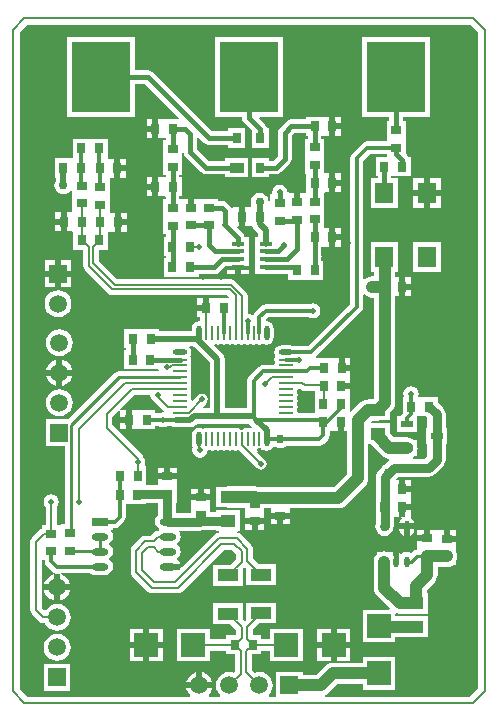
<source format=gtl>
%FSLAX25Y25*%
%MOIN*%
G70*
G01*
G75*
G04 Layer_Physical_Order=1*
G04 Layer_Color=255*
%ADD10R,0.05118X0.03937*%
%ADD11R,0.02756X0.03347*%
%ADD12R,0.04331X0.01700*%
%ADD13R,0.03347X0.02756*%
%ADD14R,0.03937X0.02362*%
%ADD15O,0.00984X0.04724*%
%ADD16O,0.04724X0.00984*%
%ADD17O,0.04724X0.01772*%
%ADD18O,0.01772X0.04724*%
%ADD19R,0.04724X0.01772*%
%ADD20R,0.06299X0.07087*%
%ADD21O,0.01969X0.03543*%
%ADD22R,0.01969X0.03543*%
%ADD23O,0.01969X0.03543*%
%ADD24R,0.07874X0.07874*%
%ADD25R,0.07874X0.07874*%
%ADD26R,0.07087X0.03937*%
%ADD27O,0.05500X0.02500*%
%ADD28R,0.05500X0.02500*%
%ADD29R,0.04724X0.03543*%
%ADD30R,0.02756X0.03543*%
%ADD31C,0.04000*%
%ADD32C,0.00800*%
%ADD33C,0.01500*%
%ADD34C,0.01000*%
%ADD35C,0.03000*%
%ADD36C,0.01200*%
%ADD37C,0.02000*%
%ADD38C,0.00500*%
%ADD39R,0.19685X0.23622*%
%ADD40C,0.05906*%
%ADD41R,0.05906X0.05906*%
%ADD42R,0.05906X0.05906*%
%ADD43C,0.02000*%
%ADD44C,0.03000*%
G36*
X253016Y-44539D02*
Y-262961D01*
X250261Y-265716D01*
X201957D01*
X201859Y-265225D01*
X202265Y-265057D01*
X202996Y-264496D01*
X202996Y-264496D01*
X202996Y-264496D01*
X205962Y-261530D01*
X214463D01*
Y-263437D01*
X225337D01*
Y-252563D01*
X214463D01*
Y-254470D01*
X204500D01*
X203586Y-254590D01*
X202735Y-254943D01*
X202004Y-255504D01*
X199038Y-258470D01*
X194453D01*
Y-257547D01*
X185547D01*
Y-265716D01*
X183250D01*
X183089Y-265242D01*
X183176Y-265176D01*
X183889Y-264246D01*
X184338Y-263162D01*
X184491Y-262000D01*
X184338Y-260838D01*
X183889Y-259754D01*
X183176Y-258824D01*
X182246Y-258110D01*
X181162Y-257662D01*
X180000Y-257509D01*
X178838Y-257662D01*
X178529Y-257790D01*
X177637Y-256898D01*
Y-251673D01*
X180678D01*
Y-250437D01*
X183615D01*
Y-253937D01*
X194489D01*
Y-243063D01*
X183615D01*
Y-246563D01*
X180678D01*
Y-245327D01*
X177887D01*
Y-244900D01*
Y-243252D01*
X179771Y-241369D01*
X185543D01*
Y-234432D01*
X175457D01*
Y-240204D01*
X175105Y-240555D01*
X174643Y-240364D01*
Y-234631D01*
X164557D01*
Y-241568D01*
X170329D01*
X172213Y-243452D01*
Y-245327D01*
X169017D01*
Y-246563D01*
X163485D01*
Y-243063D01*
X152611D01*
Y-253937D01*
X163485D01*
Y-250437D01*
X169017D01*
Y-251673D01*
X171963D01*
Y-257298D01*
X171471Y-257790D01*
X171162Y-257662D01*
X170000Y-257509D01*
X168838Y-257662D01*
X167754Y-258110D01*
X166824Y-258824D01*
X166111Y-259754D01*
X165662Y-260838D01*
X165509Y-262000D01*
X165662Y-263162D01*
X166111Y-264246D01*
X166824Y-265176D01*
X166911Y-265242D01*
X166750Y-265716D01*
X163250D01*
X163089Y-265242D01*
X163176Y-265176D01*
X163890Y-264246D01*
X164338Y-263162D01*
X164359Y-263000D01*
X155640D01*
X155662Y-263162D01*
X156111Y-264246D01*
X156824Y-265176D01*
X156911Y-265242D01*
X156750Y-265716D01*
X102739D01*
X100084Y-263061D01*
Y-44439D01*
X102534Y-41989D01*
X250466D01*
X253016Y-44539D01*
D02*
G37*
%LPC*%
G36*
X190173Y-206400D02*
X188000D01*
Y-208278D01*
X190173D01*
Y-206400D01*
D02*
G37*
G36*
X230484Y-203700D02*
X228606D01*
Y-205873D01*
X227332D01*
X227477Y-206352D01*
X227389Y-206411D01*
X226840Y-207232D01*
X226690Y-207989D01*
X231671D01*
X231520Y-207232D01*
X230971Y-206411D01*
X230430Y-206049D01*
X230484Y-205873D01*
X230484D01*
X230484Y-205873D01*
Y-203700D01*
D02*
G37*
G36*
X163673Y-196422D02*
X161500D01*
Y-198300D01*
X163673D01*
Y-196422D01*
D02*
G37*
G36*
X159500D02*
X157327D01*
Y-198300D01*
X159500D01*
Y-196422D01*
D02*
G37*
G36*
X234900Y-210117D02*
X232727D01*
Y-211995D01*
X234900D01*
Y-210117D01*
D02*
G37*
G36*
X231671Y-209989D02*
X230180D01*
Y-212096D01*
X230971Y-211567D01*
X231520Y-210746D01*
X231671Y-209989D01*
D02*
G37*
G36*
X177523Y-208300D02*
X175350D01*
Y-210178D01*
X177523D01*
Y-208300D01*
D02*
G37*
G36*
X186000Y-206400D02*
X183827D01*
Y-208278D01*
X186000D01*
Y-206400D01*
D02*
G37*
G36*
X181696Y-208300D02*
X179523D01*
Y-210178D01*
X181696D01*
Y-208300D01*
D02*
G37*
G36*
X117659Y-158800D02*
X114300D01*
Y-162160D01*
X114462Y-162138D01*
X115546Y-161689D01*
X116476Y-160976D01*
X117190Y-160046D01*
X117638Y-158962D01*
X117659Y-158800D01*
D02*
G37*
G36*
X112300D02*
X108940D01*
X108962Y-158962D01*
X109411Y-160046D01*
X110124Y-160976D01*
X111054Y-161689D01*
X112138Y-162138D01*
X112300Y-162160D01*
Y-158800D01*
D02*
G37*
G36*
X114300Y-153440D02*
Y-156800D01*
X117659D01*
X117638Y-156638D01*
X117190Y-155554D01*
X116476Y-154624D01*
X115546Y-153911D01*
X114462Y-153462D01*
X114300Y-153440D01*
D02*
G37*
G36*
X112300D02*
X112138Y-153462D01*
X111054Y-153911D01*
X110124Y-154624D01*
X109411Y-155554D01*
X108962Y-156638D01*
X108940Y-156800D01*
X112300D01*
Y-153440D01*
D02*
G37*
G36*
X113300Y-163309D02*
X112138Y-163462D01*
X111054Y-163910D01*
X110124Y-164624D01*
X109411Y-165554D01*
X108962Y-166638D01*
X108809Y-167800D01*
X108962Y-168962D01*
X109411Y-170046D01*
X110124Y-170976D01*
X111054Y-171689D01*
X112138Y-172138D01*
X113300Y-172291D01*
X114462Y-172138D01*
X115546Y-171689D01*
X116476Y-170976D01*
X117190Y-170046D01*
X117638Y-168962D01*
X117791Y-167800D01*
X117638Y-166638D01*
X117190Y-165554D01*
X116476Y-164624D01*
X115546Y-163910D01*
X114462Y-163462D01*
X113300Y-163309D01*
D02*
G37*
G36*
X148300Y-189422D02*
X146127D01*
Y-191300D01*
X148300D01*
Y-189422D01*
D02*
G37*
G36*
X230578Y-193527D02*
X228700D01*
Y-195700D01*
X230578D01*
Y-193527D01*
D02*
G37*
G36*
X135600Y-174500D02*
X133722D01*
Y-176673D01*
X135600D01*
Y-174500D01*
D02*
G37*
G36*
X152473Y-189422D02*
X150300D01*
Y-191300D01*
X152473D01*
Y-189422D01*
D02*
G37*
G36*
X210237Y-249500D02*
X205800D01*
Y-253937D01*
X210237D01*
Y-249500D01*
D02*
G37*
G36*
X203800D02*
X199363D01*
Y-253937D01*
X203800D01*
Y-249500D01*
D02*
G37*
G36*
X141300Y-243063D02*
X136863D01*
Y-247500D01*
X141300D01*
Y-243063D01*
D02*
G37*
G36*
X112600Y-244809D02*
X111438Y-244962D01*
X110354Y-245410D01*
X109424Y-246124D01*
X108711Y-247054D01*
X108262Y-248138D01*
X108109Y-249300D01*
X108262Y-250462D01*
X108711Y-251546D01*
X109424Y-252476D01*
X110354Y-253189D01*
X111438Y-253638D01*
X112600Y-253791D01*
X113762Y-253638D01*
X114846Y-253189D01*
X115776Y-252476D01*
X116490Y-251546D01*
X116938Y-250462D01*
X117091Y-249300D01*
X116938Y-248138D01*
X116490Y-247054D01*
X115776Y-246124D01*
X114846Y-245410D01*
X113762Y-244962D01*
X112600Y-244809D01*
D02*
G37*
G36*
X147737Y-249500D02*
X143300D01*
Y-253937D01*
X147737D01*
Y-249500D01*
D02*
G37*
G36*
X159000Y-257641D02*
X158838Y-257662D01*
X157754Y-258110D01*
X156824Y-258824D01*
X156111Y-259754D01*
X155662Y-260838D01*
X155640Y-261000D01*
X159000D01*
Y-257641D01*
D02*
G37*
G36*
X117053Y-254847D02*
X108147D01*
Y-263753D01*
X117053D01*
Y-254847D01*
D02*
G37*
G36*
X141300Y-249500D02*
X136863D01*
Y-253937D01*
X141300D01*
Y-249500D01*
D02*
G37*
G36*
X161000Y-257641D02*
Y-261000D01*
X164359D01*
X164338Y-260838D01*
X163890Y-259754D01*
X163176Y-258824D01*
X162246Y-258110D01*
X161162Y-257662D01*
X161000Y-257641D01*
D02*
G37*
G36*
X239073Y-210117D02*
Y-210117D01*
X236900D01*
Y-212996D01*
X235901D01*
Y-213995D01*
X232727D01*
Y-215872D01*
X232727Y-215872D01*
X232727Y-216022D01*
X232727D01*
Y-216634D01*
X232500Y-216861D01*
X232500D01*
Y-216861D01*
D01*
D01*
D01*
X231720Y-217016D01*
X231058Y-217458D01*
X230566Y-217951D01*
X230150Y-217672D01*
X229180Y-217480D01*
X228211Y-217672D01*
X227389Y-218222D01*
X227231D01*
X226440Y-217693D01*
Y-220801D01*
X225230D01*
Y-220800D01*
X225110Y-219886D01*
X224757Y-219035D01*
X224440Y-218621D01*
Y-217693D01*
X224463Y-217677D01*
X224184Y-217528D01*
Y-217528D01*
X224184Y-217528D01*
X222948D01*
X222614Y-217390D01*
X221700Y-217270D01*
X220786Y-217390D01*
X220452Y-217528D01*
X219216D01*
Y-218295D01*
X219204Y-218304D01*
X218643Y-219035D01*
X218290Y-219886D01*
X218170Y-220800D01*
Y-229500D01*
X218170Y-229500D01*
X218170D01*
X218290Y-230414D01*
X218643Y-231265D01*
X219204Y-231996D01*
X223561Y-236353D01*
X223369Y-236815D01*
X214463D01*
Y-247689D01*
X225337D01*
Y-246030D01*
X232200D01*
X232669Y-245969D01*
X236259D01*
Y-239032D01*
X232669D01*
X232200Y-238970D01*
X225337D01*
Y-238248D01*
X225753Y-237970D01*
X225912Y-238036D01*
X226826Y-238156D01*
X232200D01*
X232669Y-238094D01*
X236259D01*
Y-231157D01*
X235730D01*
Y-230262D01*
X238396Y-227596D01*
X238957Y-226865D01*
X239310Y-226014D01*
X239430Y-225100D01*
Y-222430D01*
X241599D01*
X242400Y-222536D01*
X243314Y-222415D01*
X244165Y-222063D01*
X244399Y-221884D01*
X245573D01*
Y-220491D01*
X245810Y-219919D01*
X245930Y-219005D01*
X245810Y-218092D01*
X245573Y-217520D01*
Y-216128D01*
D01*
Y-216128D01*
X245573Y-216128D01*
Y-215978D01*
X245573D01*
Y-214100D01*
X242399D01*
Y-213101D01*
X241400D01*
Y-210222D01*
X239227D01*
Y-210222D01*
X239179D01*
X239073Y-210117D01*
D02*
G37*
G36*
X111600Y-224940D02*
X111438Y-224962D01*
X110354Y-225411D01*
X109424Y-226124D01*
X108711Y-227054D01*
X108262Y-228138D01*
X108240Y-228300D01*
X111600D01*
Y-224940D01*
D02*
G37*
G36*
X228180Y-209989D02*
X226690D01*
X226840Y-210746D01*
X227389Y-211567D01*
X228180Y-212096D01*
Y-209989D01*
D02*
G37*
G36*
X245573Y-210222D02*
X243400D01*
Y-212100D01*
X245573D01*
Y-210222D01*
D02*
G37*
G36*
X116960Y-230300D02*
X113600D01*
Y-233660D01*
X113762Y-233638D01*
X114846Y-233190D01*
X115776Y-232476D01*
X116490Y-231546D01*
X116938Y-230462D01*
X116960Y-230300D01*
D02*
G37*
G36*
X203800Y-243063D02*
X199363D01*
Y-247500D01*
X203800D01*
Y-243063D01*
D02*
G37*
G36*
X147737D02*
X143300D01*
Y-247500D01*
X147737D01*
Y-243063D01*
D02*
G37*
G36*
X111600Y-230300D02*
X108240D01*
X108262Y-230462D01*
X108711Y-231546D01*
X109424Y-232476D01*
X110354Y-233190D01*
X111438Y-233638D01*
X111600Y-233660D01*
Y-230300D01*
D02*
G37*
G36*
X210237Y-243063D02*
X205800D01*
Y-247500D01*
X210237D01*
Y-243063D01*
D02*
G37*
G36*
X234900Y-92897D02*
X231250D01*
Y-96940D01*
X234900D01*
Y-92897D01*
D02*
G37*
G36*
X207184Y-95500D02*
X205306D01*
Y-97673D01*
X207184D01*
Y-95500D01*
D02*
G37*
G36*
X240550Y-92897D02*
X236900D01*
Y-96940D01*
X240550D01*
Y-92897D01*
D02*
G37*
G36*
X207184Y-91327D02*
X205306D01*
Y-93500D01*
X207184D01*
Y-91327D01*
D02*
G37*
G36*
X144295Y-92561D02*
X142417D01*
Y-94735D01*
X144295D01*
Y-92561D01*
D02*
G37*
G36*
X113894Y-104227D02*
X112016D01*
Y-106400D01*
X113894D01*
Y-104227D01*
D02*
G37*
G36*
X135784Y-104427D02*
X133905D01*
Y-106600D01*
X135784D01*
Y-104427D01*
D02*
G37*
G36*
X234900Y-98940D02*
X231250D01*
Y-102983D01*
X234900D01*
Y-98940D01*
D02*
G37*
G36*
X144295Y-96735D02*
X142417D01*
Y-98908D01*
X144295D01*
Y-96735D01*
D02*
G37*
G36*
X240550Y-98940D02*
X236900D01*
Y-102983D01*
X240550D01*
Y-98940D01*
D02*
G37*
G36*
X144295Y-73261D02*
X142417D01*
Y-75435D01*
X144295D01*
Y-73261D01*
D02*
G37*
G36*
X207184Y-76600D02*
X205306D01*
Y-78773D01*
X207184D01*
Y-76600D01*
D02*
G37*
G36*
Y-72427D02*
X205306D01*
Y-74600D01*
X207184D01*
Y-72427D01*
D02*
G37*
G36*
X201631Y-72427D02*
Y-72427D01*
X201428Y-72427D01*
X201353D01*
X201278D01*
X201074Y-72427D01*
X201074Y-72427D01*
Y-72427D01*
X195522D01*
Y-73306D01*
X190700D01*
X189822Y-73481D01*
X189078Y-73978D01*
X186878Y-76178D01*
X186381Y-76922D01*
X186206Y-77800D01*
Y-85450D01*
X184550Y-87106D01*
X183252D01*
Y-86128D01*
X177496D01*
Y-92672D01*
X183252D01*
Y-91694D01*
X185500D01*
X186378Y-91519D01*
X187122Y-91022D01*
X190122Y-88022D01*
X190122Y-88022D01*
X190122Y-88022D01*
X190620Y-87278D01*
X190794Y-86400D01*
Y-78750D01*
X191650Y-77894D01*
X195522D01*
Y-78773D01*
X196106D01*
Y-79722D01*
X195227D01*
Y-85274D01*
X195227Y-85274D01*
X195227D01*
X195227Y-85478D01*
Y-85628D01*
D01*
D01*
D01*
X195227D01*
D01*
Y-91383D01*
X195522D01*
Y-97673D01*
D01*
Y-97673D01*
X195273Y-97922D01*
X195227D01*
Y-98022D01*
X193500D01*
Y-100901D01*
X191500D01*
Y-98022D01*
X190968D01*
X189349Y-97700D01*
X189155Y-96724D01*
X188602Y-95898D01*
X187776Y-95345D01*
X186800Y-95151D01*
X185825Y-95345D01*
X184998Y-95898D01*
X184445Y-96724D01*
X184251Y-97700D01*
X184297Y-97930D01*
X183980Y-98317D01*
X183627D01*
Y-100612D01*
X183501Y-100730D01*
X183262Y-100746D01*
Y-100746D01*
X183128Y-100755D01*
X183037Y-100067D01*
X182735Y-99337D01*
X182254Y-98710D01*
X181628Y-98229D01*
X180898Y-97927D01*
X180114Y-97824D01*
X179331Y-97927D01*
X178602Y-98229D01*
X177975Y-98710D01*
X177494Y-99337D01*
X177192Y-100067D01*
X177089Y-100850D01*
X177192Y-101633D01*
X177228Y-101720D01*
X177227Y-102627D01*
X177153D01*
X177078D01*
X176874Y-102627D01*
X176874Y-102627D01*
Y-102627D01*
X175200D01*
Y-105801D01*
Y-108973D01*
X177078D01*
Y-108973D01*
X177228D01*
X177431Y-108973D01*
X177431Y-108973D01*
Y-108973D01*
X177689D01*
X177751Y-109281D01*
X178303Y-110108D01*
X179551Y-111356D01*
Y-112411D01*
X178435D01*
Y-117111D01*
Y-119670D01*
Y-122250D01*
Y-124850D01*
X185765D01*
Y-124794D01*
X189716D01*
Y-126873D01*
X195472D01*
Y-126873D01*
X195472D01*
X195472Y-126873D01*
X195622D01*
Y-126873D01*
X201378D01*
Y-120527D01*
X200694D01*
Y-119503D01*
X200794Y-119000D01*
X200694Y-118497D01*
Y-115773D01*
X201278D01*
Y-115773D01*
X201278D01*
X201278Y-115773D01*
X201428D01*
Y-115773D01*
X203306D01*
Y-112601D01*
Y-109427D01*
X201573D01*
Y-103828D01*
D01*
Y-103828D01*
X201573Y-103828D01*
Y-103678D01*
X201573D01*
Y-97922D01*
D01*
Y-97922D01*
X201822Y-97673D01*
X203306D01*
Y-94501D01*
Y-91327D01*
X201573D01*
Y-85831D01*
X201573Y-85831D01*
D01*
D01*
X201573Y-85628D01*
Y-85612D01*
Y-85553D01*
X201573Y-85478D01*
X201573Y-85274D01*
X201573Y-85274D01*
X201573D01*
Y-79722D01*
X200694D01*
Y-78773D01*
X201278D01*
Y-78773D01*
X201428D01*
X201631Y-78773D01*
X201631Y-78773D01*
Y-78773D01*
X203306D01*
Y-75601D01*
Y-72427D01*
X201631D01*
X201631Y-72427D01*
D02*
G37*
G36*
X138643Y-45889D02*
X115957D01*
Y-72511D01*
X138643D01*
Y-61494D01*
X141850D01*
X153155Y-72799D01*
X152964Y-73261D01*
X148526D01*
X148526Y-73261D01*
Y-73261D01*
X148322Y-73261D01*
X148247D01*
X148172D01*
X147968Y-73261D01*
X147968Y-73261D01*
Y-73261D01*
X146294D01*
Y-76436D01*
Y-79608D01*
X148172D01*
X148172Y-79608D01*
Y-79608D01*
X148172D01*
X148322D01*
X148526Y-79608D01*
X148526Y-79608D01*
Y-79608D01*
X148906D01*
Y-80357D01*
X147927D01*
Y-85909D01*
X147927Y-85909D01*
X147927D01*
X147927Y-86113D01*
Y-86262D01*
D01*
D01*
D01*
X147927D01*
D01*
Y-92018D01*
X148806D01*
Y-92208D01*
X148452Y-92561D01*
X148322D01*
X148247D01*
X148172D01*
X147968Y-92561D01*
X147968Y-92561D01*
Y-92561D01*
X146294D01*
Y-95736D01*
Y-98908D01*
X148172D01*
X148172Y-98908D01*
Y-98908D01*
X148172D01*
X148322D01*
X148452D01*
X148806Y-99261D01*
Y-99957D01*
X147927D01*
Y-105713D01*
X147927Y-105713D01*
X147927Y-105862D01*
X147927D01*
Y-111618D01*
X148806D01*
Y-112561D01*
X148122D01*
Y-118908D01*
X148806D01*
Y-119461D01*
X148122D01*
Y-125808D01*
X153878D01*
Y-125808D01*
X153878D01*
X153878Y-125808D01*
X154028D01*
Y-125808D01*
X159783D01*
Y-124929D01*
X164865D01*
X165743Y-124754D01*
X166488Y-124257D01*
X168550Y-122194D01*
X169109D01*
Y-122250D01*
Y-122250D01*
X176439D01*
Y-122250D01*
Y-119670D01*
Y-117111D01*
Y-112411D01*
X174996D01*
X174893Y-111896D01*
X174396Y-111152D01*
X172679Y-109435D01*
X172871Y-108973D01*
X173200D01*
Y-105801D01*
Y-102627D01*
X171322D01*
Y-102898D01*
X170825Y-102947D01*
X170819Y-102922D01*
X170322Y-102178D01*
X169322Y-101178D01*
X168578Y-100681D01*
X167700Y-100506D01*
X166379D01*
Y-99922D01*
X158300D01*
Y-102801D01*
X156300D01*
Y-99922D01*
X154127D01*
Y-99957D01*
X153394D01*
Y-98908D01*
X154078D01*
Y-92561D01*
X153394D01*
Y-92018D01*
X154273D01*
Y-86466D01*
X154273Y-86466D01*
D01*
D01*
X154273Y-86262D01*
Y-86246D01*
Y-86187D01*
X154273Y-86113D01*
X154273Y-85909D01*
X154273Y-85909D01*
X154273D01*
Y-84475D01*
X154771Y-84426D01*
X154880Y-84978D01*
X155378Y-85722D01*
X160678Y-91022D01*
X160678D01*
X160678Y-91022D01*
X160678Y-91022D01*
Y-91022D01*
X161422Y-91519D01*
X162300Y-91694D01*
X168638D01*
Y-92672D01*
X176362D01*
Y-86128D01*
X168638D01*
Y-87106D01*
X163250D01*
X159294Y-83150D01*
Y-79592D01*
X159756Y-79400D01*
X161535Y-81180D01*
X161535Y-81180D01*
X161535Y-81180D01*
Y-81180D01*
X161535Y-81180D01*
Y-81180D01*
X162280Y-81677D01*
X163157Y-81852D01*
X169622D01*
Y-82829D01*
X175378D01*
Y-76286D01*
X169622D01*
Y-77263D01*
X164108D01*
X144422Y-57578D01*
X143678Y-57081D01*
X142800Y-56906D01*
X138643D01*
Y-45889D01*
D02*
G37*
G36*
X135583Y-90635D02*
X133705D01*
Y-92808D01*
X135583D01*
Y-90635D01*
D02*
G37*
G36*
X237042Y-45889D02*
X214357D01*
Y-72511D01*
X223306D01*
Y-74016D01*
X222427D01*
Y-79568D01*
X222427Y-79568D01*
X222427D01*
X222427Y-79772D01*
Y-79922D01*
D01*
D01*
D01*
X222427D01*
D01*
Y-80659D01*
X216000D01*
X215181Y-80822D01*
X214486Y-81286D01*
X210986Y-84786D01*
X210522Y-85481D01*
X210359Y-86300D01*
Y-134913D01*
X196392Y-148880D01*
X191466D01*
X191307Y-148774D01*
X190376Y-148589D01*
X187424D01*
X186493Y-148774D01*
X185704Y-149301D01*
X185176Y-150090D01*
X184991Y-151021D01*
X185176Y-151952D01*
X185383Y-152262D01*
X185153Y-152606D01*
X184999Y-153383D01*
X185153Y-154161D01*
X185292Y-154368D01*
X185153Y-154575D01*
X185033Y-155179D01*
X181280D01*
X180460Y-155342D01*
X179765Y-155807D01*
X176625Y-158947D01*
X176161Y-159641D01*
X175998Y-160461D01*
Y-169651D01*
X168549D01*
Y-153300D01*
X168355Y-152324D01*
X167802Y-151498D01*
X164956Y-148651D01*
X165071Y-148272D01*
X165071Y-148272D01*
X165485Y-148272D01*
D01*
X166262Y-148426D01*
X167040Y-148272D01*
X167246Y-148134D01*
X167453Y-148272D01*
X168231Y-148426D01*
X169008Y-148272D01*
X169215Y-148134D01*
X169422Y-148272D01*
X170199Y-148426D01*
X170976Y-148272D01*
X171183Y-148134D01*
X171390Y-148272D01*
X172168Y-148426D01*
X172945Y-148272D01*
X173152Y-148134D01*
X173359Y-148272D01*
X174136Y-148426D01*
X174914Y-148272D01*
X175120Y-148134D01*
X175327Y-148272D01*
X176105Y-148426D01*
X176882Y-148272D01*
X177089Y-148134D01*
X177296Y-148272D01*
X178073Y-148426D01*
X178850Y-148272D01*
X179057Y-148134D01*
X179264Y-148272D01*
X180042Y-148426D01*
X180819Y-148272D01*
X181163Y-148042D01*
X181473Y-148249D01*
X182404Y-148434D01*
X183335Y-148249D01*
X184124Y-147722D01*
X184651Y-146932D01*
X184836Y-146002D01*
Y-143049D01*
X184651Y-142118D01*
X184124Y-141329D01*
X183335Y-140801D01*
X182404Y-140616D01*
X182183Y-140435D01*
Y-140045D01*
X182987Y-139241D01*
X196505D01*
X196825Y-139455D01*
X197800Y-139649D01*
X198775Y-139455D01*
X199602Y-138902D01*
X200155Y-138075D01*
X200349Y-137100D01*
X200155Y-136125D01*
X199602Y-135298D01*
X198775Y-134745D01*
X197800Y-134551D01*
X196825Y-134745D01*
X196505Y-134959D01*
X182100D01*
X181281Y-135122D01*
X180586Y-135586D01*
X178528Y-137644D01*
X178063Y-138339D01*
X178034Y-138486D01*
X177572Y-138677D01*
X177076Y-138345D01*
X176100Y-138151D01*
X176073Y-138129D01*
Y-132136D01*
X175926Y-131395D01*
X175506Y-130766D01*
X171970Y-127230D01*
X171341Y-126810D01*
X170600Y-126663D01*
X132702D01*
X126437Y-120398D01*
Y-116773D01*
X129584D01*
Y-110773D01*
X129878Y-110773D01*
D01*
D01*
X130028D01*
Y-110773D01*
X131905D01*
Y-107601D01*
Y-104427D01*
X130173D01*
Y-98957D01*
D01*
Y-98957D01*
X130173Y-98957D01*
Y-98807D01*
X130173D01*
Y-93051D01*
D01*
X130173Y-93051D01*
X130173Y-93051D01*
X130173D01*
Y-92808D01*
D01*
X131705D01*
Y-89636D01*
Y-86461D01*
X130032D01*
X130032Y-86461D01*
Y-86461D01*
X129828Y-86461D01*
X129483Y-86208D01*
D01*
D01*
X129483Y-86208D01*
Y-79861D01*
X123728D01*
D01*
D01*
X123728Y-79861D01*
X123578D01*
Y-79861D01*
X117822D01*
Y-86208D01*
X117822D01*
Y-86261D01*
X117722Y-86361D01*
X117722D01*
D01*
X117572D01*
Y-86361D01*
X111817D01*
Y-92708D01*
X112145D01*
Y-93688D01*
X112074Y-93782D01*
X111772Y-94511D01*
X111669Y-95294D01*
X111772Y-96078D01*
X112074Y-96807D01*
X112555Y-97434D01*
X113181Y-97915D01*
X113911Y-98217D01*
X114694Y-98320D01*
X115478Y-98217D01*
X116207Y-97915D01*
X116834Y-97434D01*
X117153Y-97018D01*
X117627Y-97179D01*
Y-98307D01*
X117627Y-98307D01*
X117627Y-98457D01*
X117627D01*
Y-104213D01*
D01*
X117627D01*
D01*
D01*
D01*
Y-104213D01*
X117627D01*
X117627D01*
X117613Y-104227D01*
X117569Y-104227D01*
X117569Y-104227D01*
Y-104227D01*
X115894D01*
Y-107401D01*
Y-110573D01*
X117569D01*
X117922Y-110927D01*
Y-116773D01*
X121234D01*
X121263Y-116802D01*
Y-122200D01*
X121263Y-122200D01*
X121263D01*
X121410Y-122941D01*
X121830Y-123570D01*
X129630Y-131370D01*
X130259Y-131790D01*
X131000Y-131937D01*
X169359D01*
X169887Y-132465D01*
X169695Y-132927D01*
X165222D01*
D01*
D01*
X165222Y-132927D01*
X165072D01*
Y-132927D01*
X163195D01*
Y-136101D01*
X162196D01*
Y-137100D01*
X159317D01*
Y-139273D01*
X160388D01*
Y-140307D01*
X160002Y-140624D01*
X159963Y-140616D01*
X159032Y-140801D01*
X158243Y-141329D01*
X157716Y-142118D01*
X157530Y-143049D01*
Y-143851D01*
X146684D01*
Y-143227D01*
X141131D01*
X141131Y-143227D01*
Y-143227D01*
X140928Y-143227D01*
X140853D01*
X140778D01*
X140574Y-143227D01*
X140574Y-143227D01*
Y-143227D01*
X135022D01*
Y-149573D01*
X135506D01*
Y-150227D01*
X134922D01*
Y-156573D01*
X140678D01*
Y-156573D01*
X140828D01*
X141032Y-156573D01*
X141032Y-156573D01*
Y-156573D01*
X146376D01*
X146590Y-157025D01*
X146405Y-157250D01*
X133311D01*
X132531Y-157405D01*
X131869Y-157847D01*
X116369Y-173347D01*
X108847D01*
Y-182253D01*
X115214D01*
Y-208316D01*
X113827D01*
Y-208517D01*
X112637D01*
Y-202401D01*
X113055Y-201776D01*
X113249Y-200800D01*
X113055Y-199825D01*
X112502Y-198998D01*
X111676Y-198445D01*
X110700Y-198251D01*
X109724Y-198445D01*
X108898Y-198998D01*
X108345Y-199825D01*
X108151Y-200800D01*
X108345Y-201776D01*
X108763Y-202401D01*
Y-208517D01*
X107527D01*
Y-209654D01*
X107380Y-209753D01*
X106973Y-210025D01*
X104267Y-212730D01*
X103847Y-213359D01*
X103700Y-214100D01*
Y-236937D01*
X103847Y-237678D01*
X104267Y-238307D01*
X106630Y-240670D01*
X107259Y-241090D01*
X108000Y-241237D01*
X108583D01*
X108711Y-241546D01*
X109424Y-242476D01*
X110354Y-243190D01*
X111438Y-243638D01*
X112600Y-243791D01*
X113762Y-243638D01*
X114846Y-243190D01*
X115776Y-242476D01*
X116490Y-241546D01*
X116938Y-240462D01*
X117091Y-239300D01*
X116938Y-238138D01*
X116490Y-237054D01*
X115776Y-236124D01*
X114846Y-235410D01*
X113762Y-234962D01*
X112600Y-234809D01*
X111438Y-234962D01*
X110354Y-235410D01*
X109424Y-236124D01*
X108847Y-236876D01*
X108348Y-236909D01*
X107574Y-236135D01*
Y-220178D01*
X108559D01*
Y-220600D01*
X108722Y-221419D01*
X108722Y-221419D01*
X108722Y-221419D01*
X109186Y-222114D01*
X110386Y-223314D01*
X110386Y-223314D01*
X110986Y-223914D01*
X111681Y-224378D01*
X111844Y-224411D01*
X111828Y-224910D01*
X112600Y-224809D01*
X113600Y-224940D01*
Y-228300D01*
X116960D01*
X116938Y-228138D01*
X116490Y-227054D01*
X115776Y-226124D01*
X114846Y-225411D01*
X113931Y-225031D01*
X114028Y-224541D01*
X123673D01*
X124013Y-224802D01*
X124682Y-225079D01*
X125400Y-225174D01*
X128400D01*
X129118Y-225079D01*
X129787Y-224802D01*
X130361Y-224361D01*
X130802Y-223787D01*
X131079Y-223118D01*
X131174Y-222400D01*
X131079Y-221682D01*
X130802Y-221013D01*
X130361Y-220439D01*
X129787Y-219998D01*
Y-219802D01*
X130361Y-219361D01*
X130802Y-218787D01*
X131079Y-218118D01*
X131174Y-217400D01*
X131079Y-216682D01*
X130802Y-216013D01*
X130361Y-215439D01*
X129787Y-214998D01*
Y-214802D01*
X130361Y-214361D01*
X130802Y-213787D01*
X131079Y-213118D01*
X131174Y-212400D01*
X131079Y-211682D01*
X130802Y-211013D01*
X130361Y-210439D01*
X130459Y-210150D01*
X131150D01*
Y-209541D01*
X131800D01*
X132619Y-209378D01*
X133314Y-208914D01*
X134914Y-207314D01*
X135378Y-206619D01*
X135378Y-206619D01*
X135378Y-206619D01*
X135541Y-205800D01*
Y-201673D01*
X136278D01*
Y-201673D01*
X136278D01*
X136278Y-201673D01*
X136428D01*
Y-201673D01*
X142183D01*
Y-201231D01*
X146274D01*
Y-205287D01*
X146077Y-205439D01*
X145636Y-206013D01*
X145359Y-206682D01*
X145264Y-207400D01*
X145359Y-208118D01*
X145636Y-208787D01*
X146077Y-209361D01*
X146453Y-209650D01*
Y-210150D01*
X146077Y-210439D01*
X146001Y-210538D01*
X145636Y-210610D01*
X145007Y-211030D01*
X143975Y-212063D01*
X142054D01*
X141313Y-212210D01*
X140685Y-212630D01*
X137630Y-215685D01*
X137210Y-216313D01*
X137063Y-217054D01*
Y-224146D01*
X137210Y-224887D01*
X137630Y-225515D01*
X142885Y-230770D01*
X143513Y-231190D01*
X144254Y-231337D01*
X152746D01*
X153487Y-231190D01*
X154115Y-230770D01*
X168148Y-216737D01*
X170898D01*
X172213Y-218052D01*
Y-219952D01*
X170329Y-221836D01*
X164557D01*
Y-228773D01*
X174643D01*
Y-223001D01*
X174995Y-222650D01*
X175457Y-222841D01*
Y-228573D01*
X185543D01*
Y-221636D01*
X179771D01*
X177887Y-219752D01*
Y-216504D01*
X177740Y-215763D01*
X177320Y-215135D01*
X173815Y-211630D01*
X173187Y-211210D01*
X172446Y-211063D01*
Y-210922D01*
X172799Y-210568D01*
X173559D01*
Y-203631D01*
X165441D01*
Y-204148D01*
X163673D01*
Y-202532D01*
X163673Y-202532D01*
D01*
D01*
X163673Y-202328D01*
Y-202312D01*
Y-202253D01*
X163673Y-202178D01*
X163673Y-201974D01*
X163673Y-201974D01*
X163673D01*
Y-200300D01*
X157327D01*
Y-201974D01*
X157327Y-201974D01*
X157327D01*
X157327Y-202178D01*
Y-202328D01*
D01*
D01*
X157327D01*
Y-204374D01*
X152326D01*
Y-201083D01*
X152473D01*
Y-195531D01*
X152473Y-195531D01*
D01*
D01*
X152473Y-195328D01*
Y-195312D01*
Y-195253D01*
X152473Y-195178D01*
X152473Y-194974D01*
X152473Y-194974D01*
X152473D01*
Y-193300D01*
X146127D01*
Y-194826D01*
X146127Y-194826D01*
X146127D01*
X146127Y-195178D01*
X146125Y-195180D01*
X142283D01*
Y-188927D01*
X142104D01*
X141787Y-188540D01*
X141955Y-187700D01*
X141761Y-186724D01*
X141256Y-185970D01*
X141195Y-185664D01*
X140775Y-185036D01*
X131037Y-175298D01*
Y-172402D01*
X133257Y-170183D01*
X133280Y-170188D01*
X133722Y-170371D01*
Y-170371D01*
X133722D01*
Y-172500D01*
X135600D01*
Y-170327D01*
X133766D01*
X133702Y-170172D01*
X133640Y-170022D01*
Y-170022D01*
X133633Y-170007D01*
X133575Y-169865D01*
X138276Y-165163D01*
X143621D01*
X143651Y-165200D01*
X143845Y-166175D01*
X144398Y-167002D01*
X145197Y-167536D01*
X148157Y-170496D01*
X148124Y-170558D01*
X147876Y-170928D01*
X147800Y-170913D01*
X146825Y-171107D01*
X146505Y-171321D01*
X145384D01*
Y-170327D01*
X139831D01*
X139831Y-170327D01*
Y-170327D01*
X139628Y-170327D01*
X139553D01*
X139478D01*
X139274Y-170327D01*
X139274Y-170327D01*
Y-170327D01*
X137600D01*
Y-173501D01*
Y-176673D01*
X139478D01*
Y-176673D01*
X139628D01*
X139831Y-176673D01*
X139831Y-176673D01*
Y-176673D01*
X145384D01*
Y-175603D01*
X146505D01*
X146825Y-175817D01*
X147800Y-176011D01*
X148775Y-175817D01*
X149095Y-175603D01*
X150901D01*
X151060Y-175710D01*
X151990Y-175895D01*
X152882D01*
X153467Y-176011D01*
X157038D01*
X158013Y-175817D01*
X158840Y-175265D01*
X159356Y-174749D01*
X176694D01*
X177039Y-175265D01*
X177496Y-175722D01*
X177391Y-176069D01*
X176920Y-176237D01*
X176882Y-176212D01*
X176105Y-176057D01*
X175327Y-176212D01*
X175120Y-176350D01*
X175120Y-176350D01*
X174668Y-176652D01*
X174228Y-177311D01*
X174136Y-177772D01*
X174044Y-177311D01*
X173604Y-176652D01*
X173152Y-176350D01*
X173152Y-176350D01*
X172945Y-176212D01*
X172168Y-176057D01*
X171390Y-176212D01*
X171183Y-176350D01*
X170976Y-176212D01*
X170199Y-176057D01*
X169422Y-176212D01*
X169215Y-176350D01*
X169008Y-176212D01*
X168231Y-176057D01*
X167453Y-176212D01*
X167246Y-176350D01*
X167040Y-176212D01*
X166262Y-176057D01*
X165485Y-176212D01*
X165278Y-176350D01*
X165071Y-176212D01*
X164294Y-176057D01*
X163516Y-176212D01*
X163309Y-176350D01*
X163102Y-176212D01*
X162325Y-176057D01*
X161548Y-176212D01*
X161204Y-176442D01*
X160894Y-176234D01*
X159963Y-176049D01*
X159032Y-176234D01*
X158243Y-176762D01*
X157716Y-177551D01*
X157530Y-178482D01*
Y-181435D01*
X157716Y-182366D01*
X157783Y-182467D01*
X157745Y-182525D01*
X157551Y-183500D01*
X157745Y-184476D01*
X158298Y-185302D01*
X159125Y-185855D01*
X160100Y-186049D01*
X161075Y-185855D01*
X161902Y-185302D01*
X162455Y-184476D01*
X162588Y-183807D01*
X163102Y-183705D01*
X163309Y-183567D01*
X163516Y-183705D01*
X164294Y-183860D01*
X165071Y-183705D01*
X165278Y-183567D01*
X165485Y-183705D01*
X166262Y-183860D01*
X167040Y-183705D01*
X167246Y-183567D01*
X167453Y-183705D01*
X168231Y-183860D01*
X169008Y-183705D01*
X169215Y-183567D01*
X169422Y-183705D01*
X170199Y-183860D01*
X170976Y-183705D01*
X171183Y-183567D01*
X171390Y-183705D01*
X172168Y-183860D01*
X172945Y-183705D01*
X173137Y-183577D01*
X179130Y-189570D01*
X179759Y-189990D01*
X180500Y-190137D01*
X181241Y-189990D01*
X181870Y-189570D01*
X182290Y-188941D01*
X182437Y-188200D01*
X182290Y-187459D01*
X181870Y-186830D01*
X179225Y-184185D01*
X179460Y-183744D01*
X179264Y-183705D01*
X179057Y-183567D01*
X179510Y-183265D01*
X179950Y-182606D01*
X180077Y-181967D01*
X180156Y-182366D01*
X180684Y-183155D01*
X181042Y-183394D01*
Y-183556D01*
X181163Y-183475D01*
X181473Y-183682D01*
X182404Y-183867D01*
X183335Y-183682D01*
X184124Y-183155D01*
X184637Y-182387D01*
X184703Y-182376D01*
X185404Y-182515D01*
X185487Y-182579D01*
X186217Y-182881D01*
X187000Y-182984D01*
X187783Y-182881D01*
X188513Y-182579D01*
X189138Y-182099D01*
X199942D01*
X200761Y-181937D01*
X201456Y-181472D01*
X201456Y-181472D01*
X201456Y-181472D01*
X202814Y-180114D01*
X203278Y-179419D01*
X203441Y-178600D01*
X203441Y-178600D01*
X203441Y-178600D01*
Y-178600D01*
Y-177273D01*
X204172D01*
Y-177273D01*
X204172D01*
X204172Y-177273D01*
X204322D01*
Y-177273D01*
X206200D01*
Y-174099D01*
X208200D01*
Y-177273D01*
X209270D01*
Y-191538D01*
X204912Y-195896D01*
X179629D01*
X179437Y-195816D01*
X178523Y-195696D01*
X169500D01*
X169031Y-195757D01*
X165441D01*
Y-202695D01*
X169031D01*
X169500Y-202756D01*
X175350D01*
Y-204068D01*
X175350Y-204068D01*
X175350D01*
X175350Y-204272D01*
Y-204422D01*
D01*
D01*
D01*
X175350D01*
D01*
Y-206300D01*
X181696D01*
Y-204626D01*
X181696Y-204626D01*
D01*
D01*
X181696Y-204422D01*
Y-204406D01*
Y-204347D01*
X181696Y-204272D01*
X181696Y-204068D01*
X181696Y-204068D01*
X181696D01*
Y-202956D01*
X183827D01*
Y-204400D01*
X190173D01*
Y-202956D01*
X206374D01*
X207288Y-202836D01*
X208139Y-202483D01*
X208870Y-201922D01*
X208870Y-201922D01*
X208870Y-201922D01*
X215296Y-195496D01*
X215857Y-194765D01*
X216210Y-193914D01*
X216330Y-193000D01*
X216330Y-193000D01*
X216330Y-193000D01*
Y-193000D01*
Y-181543D01*
X216955D01*
X220782Y-185370D01*
X221514Y-185931D01*
X222365Y-186284D01*
X223226Y-186397D01*
X223279Y-186593D01*
X223279Y-186939D01*
X223132Y-187052D01*
X222860Y-187260D01*
X222860Y-187260D01*
X221480Y-188641D01*
X221387Y-188680D01*
X220760Y-189160D01*
X220280Y-189787D01*
X220241Y-189880D01*
X219655Y-190466D01*
X219174Y-191093D01*
X218872Y-191822D01*
X218769Y-192605D01*
Y-196700D01*
Y-208271D01*
X218674Y-208989D01*
X218777Y-209772D01*
X219079Y-210502D01*
X219560Y-211129D01*
X219674Y-211216D01*
X219909Y-211567D01*
X220731Y-212117D01*
X221700Y-212309D01*
X222669Y-212117D01*
X223491Y-211567D01*
X223726Y-211216D01*
X223840Y-211129D01*
X223934Y-211034D01*
X224415Y-210407D01*
X224717Y-209678D01*
X224820Y-208894D01*
X224820Y-208894D01*
X224820Y-208894D01*
Y-208894D01*
Y-205873D01*
X226606D01*
Y-202699D01*
X227605D01*
Y-201700D01*
X230484D01*
Y-199873D01*
X230578D01*
Y-197700D01*
X227699D01*
Y-196701D01*
X226700D01*
Y-193527D01*
X225806D01*
X225614Y-193065D01*
X226253Y-192426D01*
X236400D01*
X237183Y-192323D01*
X237699Y-192109D01*
X237913Y-192020D01*
X238540Y-191540D01*
X241214Y-188866D01*
X241214Y-188866D01*
X241422Y-188593D01*
X241694Y-188239D01*
X241997Y-187509D01*
X242100Y-186726D01*
X242100Y-186726D01*
Y-181618D01*
X242543D01*
Y-176256D01*
X242100D01*
Y-171543D01*
X241997Y-170759D01*
X241694Y-170030D01*
X241214Y-169403D01*
X241214Y-169403D01*
X239510Y-167699D01*
Y-165927D01*
X233958D01*
X233958Y-165927D01*
Y-165927D01*
X233753Y-165927D01*
X233679D01*
X233604D01*
X233400Y-165927D01*
X233400Y-165927D01*
Y-165927D01*
X233319D01*
X233002Y-165540D01*
X233149Y-164800D01*
X232955Y-163824D01*
X232402Y-162998D01*
X231575Y-162445D01*
X230600Y-162251D01*
X229625Y-162445D01*
X228798Y-162998D01*
X228245Y-163824D01*
X228051Y-164800D01*
X228198Y-165540D01*
X227881Y-165927D01*
X227848D01*
Y-171350D01*
X227717Y-171481D01*
X227253Y-172175D01*
X227225Y-172319D01*
X225763D01*
Y-177681D01*
X232700D01*
Y-172326D01*
X232704Y-172319D01*
X232713Y-172273D01*
X233604D01*
Y-172273D01*
X233753D01*
X233958Y-172273D01*
X233958Y-172273D01*
Y-172273D01*
X235525D01*
X236048Y-172796D01*
Y-176256D01*
X235606D01*
Y-181618D01*
X236048D01*
Y-185473D01*
X235147Y-186374D01*
X231234D01*
X231073Y-185901D01*
X231524Y-185555D01*
X232700D01*
Y-183343D01*
X232762Y-182874D01*
X232700Y-182405D01*
Y-180193D01*
X231487D01*
X230997Y-179817D01*
X230145Y-179464D01*
X229232Y-179344D01*
X224741D01*
X223459Y-178062D01*
Y-174606D01*
X219869D01*
X219400Y-174544D01*
X218931Y-174606D01*
X217440D01*
X217249Y-174144D01*
X217662Y-173730D01*
X219400D01*
X219869Y-173669D01*
X223459D01*
Y-171133D01*
X224296Y-170296D01*
X224857Y-169565D01*
X225210Y-168714D01*
X225330Y-167800D01*
X225330Y-167800D01*
X225330Y-167800D01*
Y-167800D01*
Y-132373D01*
X226706D01*
Y-129201D01*
Y-126027D01*
X225330D01*
Y-124243D01*
X226376D01*
Y-114157D01*
X217077D01*
Y-124243D01*
X218270D01*
Y-125670D01*
X217600D01*
X216686Y-125790D01*
X215835Y-126143D01*
X215104Y-126704D01*
X214641Y-126547D01*
Y-87187D01*
X216887Y-84941D01*
X222427D01*
Y-85678D01*
D01*
Y-85678D01*
X222078Y-86027D01*
X218822D01*
Y-92373D01*
X219406D01*
Y-92897D01*
X217077D01*
Y-102983D01*
X226376D01*
Y-92897D01*
X223994D01*
Y-92373D01*
X224578D01*
Y-92373D01*
X224578D01*
X224578Y-92373D01*
X224728D01*
Y-92373D01*
X230484D01*
Y-86027D01*
X229751D01*
X229725Y-85896D01*
X229228Y-85152D01*
X228773Y-84697D01*
Y-80126D01*
X228773Y-80126D01*
D01*
D01*
X228773Y-79922D01*
Y-79906D01*
Y-79847D01*
X228773Y-79772D01*
X228773Y-79568D01*
X228773Y-79568D01*
X228773D01*
Y-74016D01*
X227894D01*
Y-72511D01*
X237042D01*
Y-45889D01*
D02*
G37*
G36*
X135583Y-86461D02*
X133705D01*
Y-88635D01*
X135583D01*
Y-86461D01*
D02*
G37*
G36*
X144295Y-77435D02*
X142417D01*
Y-79608D01*
X144295D01*
Y-77435D01*
D02*
G37*
G36*
X187843Y-45889D02*
X165157D01*
Y-72511D01*
X174206D01*
Y-72800D01*
X174381Y-73678D01*
X174878Y-74422D01*
X177496Y-77040D01*
Y-82829D01*
X183252D01*
Y-76286D01*
X182591D01*
X182493Y-75796D01*
X181996Y-75052D01*
X179917Y-72973D01*
X180109Y-72511D01*
X187843D01*
Y-45889D01*
D02*
G37*
G36*
X117353Y-125800D02*
X113900D01*
Y-129253D01*
X117353D01*
Y-125800D01*
D02*
G37*
G36*
X111900D02*
X108447D01*
Y-129253D01*
X111900D01*
Y-125800D01*
D02*
G37*
G36*
X171774Y-123500D02*
X169109D01*
Y-124850D01*
X171774D01*
Y-123500D01*
D02*
G37*
G36*
X230584Y-126027D02*
X228706D01*
Y-128200D01*
X230584D01*
Y-126027D01*
D02*
G37*
G36*
X112900Y-130309D02*
X111738Y-130462D01*
X110654Y-130911D01*
X109724Y-131624D01*
X109011Y-132554D01*
X108562Y-133638D01*
X108409Y-134800D01*
X108562Y-135962D01*
X109011Y-137046D01*
X109724Y-137976D01*
X110654Y-138689D01*
X111738Y-139138D01*
X112900Y-139291D01*
X114062Y-139138D01*
X115146Y-138689D01*
X116076Y-137976D01*
X116789Y-137046D01*
X117238Y-135962D01*
X117391Y-134800D01*
X117238Y-133638D01*
X116789Y-132554D01*
X116076Y-131624D01*
X115146Y-130911D01*
X114062Y-130462D01*
X112900Y-130309D01*
D02*
G37*
G36*
X113300Y-143309D02*
X112138Y-143462D01*
X111054Y-143911D01*
X110124Y-144624D01*
X109411Y-145554D01*
X108962Y-146638D01*
X108809Y-147800D01*
X108962Y-148962D01*
X109411Y-150046D01*
X110124Y-150976D01*
X111054Y-151690D01*
X112138Y-152138D01*
X113300Y-152291D01*
X114462Y-152138D01*
X115546Y-151690D01*
X116476Y-150976D01*
X117190Y-150046D01*
X117638Y-148962D01*
X117791Y-147800D01*
X117638Y-146638D01*
X117190Y-145554D01*
X116476Y-144624D01*
X115546Y-143911D01*
X114462Y-143462D01*
X113300Y-143309D01*
D02*
G37*
G36*
X230584Y-130200D02*
X228706D01*
Y-132373D01*
X230584D01*
Y-130200D01*
D02*
G37*
G36*
X161195Y-132927D02*
X159317D01*
Y-135100D01*
X161195D01*
Y-132927D01*
D02*
G37*
G36*
X176439Y-123500D02*
X173774D01*
Y-124850D01*
X176439D01*
Y-123500D01*
D02*
G37*
G36*
X207184Y-113600D02*
X205306D01*
Y-115773D01*
X207184D01*
Y-113600D01*
D02*
G37*
G36*
X135784Y-108600D02*
X133905D01*
Y-110773D01*
X135784D01*
Y-108600D01*
D02*
G37*
G36*
X207184Y-109427D02*
X205306D01*
Y-111600D01*
X207184D01*
Y-109427D01*
D02*
G37*
G36*
X113894Y-108400D02*
X112016D01*
Y-110573D01*
X113894D01*
Y-108400D01*
D02*
G37*
G36*
X240550Y-114157D02*
X231250D01*
Y-124243D01*
X240550D01*
Y-114157D01*
D02*
G37*
G36*
X111900Y-120347D02*
X108447D01*
Y-123800D01*
X111900D01*
Y-120347D01*
D02*
G37*
G36*
X117353D02*
X113900D01*
Y-123800D01*
X117353D01*
Y-120347D01*
D02*
G37*
%LPD*%
G36*
X215835Y-132257D02*
X216686Y-132610D01*
X217600Y-132730D01*
X218270D01*
Y-166338D01*
X217938Y-166670D01*
X216200D01*
X216200Y-166670D01*
X215731Y-166732D01*
X215341D01*
Y-166783D01*
X215286Y-166790D01*
X214435Y-167143D01*
X213704Y-167704D01*
X210540Y-170868D01*
X210078Y-170676D01*
Y-165373D01*
X210178D01*
Y-163200D01*
X207299D01*
Y-161200D01*
X210178D01*
Y-159373D01*
X210378D01*
Y-157200D01*
X207499D01*
Y-156201D01*
X206500D01*
Y-153027D01*
X204622D01*
D01*
D01*
X204622Y-153027D01*
X204472D01*
Y-153027D01*
X198918D01*
X198773Y-152548D01*
X198793Y-152535D01*
X214014Y-137314D01*
X214478Y-136619D01*
X214641Y-135800D01*
Y-131853D01*
X215104Y-131696D01*
X215835Y-132257D01*
D02*
G37*
G36*
X165441Y-210568D02*
X166534D01*
X166583Y-211066D01*
X165859Y-211210D01*
X165230Y-211630D01*
X154385Y-222476D01*
X153812Y-222400D01*
X153717Y-223118D01*
X153700Y-223161D01*
X153460Y-223400D01*
X149537D01*
Y-221400D01*
X153600D01*
X153440Y-221013D01*
X152999Y-220439D01*
X152425Y-219998D01*
Y-219802D01*
X152999Y-219361D01*
X153440Y-218787D01*
X153717Y-218118D01*
X153812Y-217400D01*
X153717Y-216682D01*
X153440Y-216013D01*
X152999Y-215439D01*
X152425Y-214998D01*
Y-214802D01*
X152999Y-214361D01*
X153440Y-213787D01*
X153717Y-213118D01*
X153812Y-212400D01*
X153717Y-211682D01*
X153440Y-211013D01*
X152999Y-210439D01*
X153004Y-210426D01*
X160274D01*
X161057Y-210323D01*
X161354Y-210200D01*
X165441D01*
Y-210568D01*
D02*
G37*
G36*
X193730Y-163370D02*
X194359Y-163790D01*
X195100Y-163937D01*
X198516D01*
Y-164927D01*
X198416D01*
Y-171273D01*
Y-171321D01*
X193913D01*
X192801Y-171100D01*
X192647Y-170323D01*
X192508Y-170116D01*
X192647Y-169909D01*
X192801Y-169132D01*
X192647Y-168354D01*
X192508Y-168147D01*
X192647Y-167940D01*
X192801Y-167163D01*
X192647Y-166386D01*
X192508Y-166179D01*
X192647Y-165972D01*
X192801Y-165194D01*
X192647Y-164417D01*
X192508Y-164210D01*
X192647Y-164003D01*
X192801Y-163226D01*
X192827Y-163195D01*
X193555D01*
X193730Y-163370D01*
D02*
G37*
G36*
X158161Y-149065D02*
X158161D01*
X158161Y-149065D01*
X163451Y-154356D01*
Y-169651D01*
X161342D01*
X161151Y-169189D01*
X162270Y-168070D01*
X162690Y-167441D01*
X162837Y-166700D01*
X162690Y-165959D01*
X162270Y-165330D01*
X161641Y-164910D01*
X160900Y-164763D01*
X160159Y-164910D01*
X159530Y-165330D01*
X157798Y-167063D01*
X157319Y-166918D01*
X157213Y-166386D01*
X157075Y-166179D01*
X157213Y-165972D01*
X157368Y-165194D01*
X157213Y-164417D01*
X157075Y-164210D01*
X157213Y-164003D01*
X157368Y-163226D01*
X157213Y-162449D01*
X157075Y-162242D01*
X157213Y-162035D01*
X157368Y-161258D01*
X157213Y-160480D01*
X157075Y-160273D01*
X157213Y-160066D01*
X157368Y-159289D01*
X157213Y-158512D01*
X157075Y-158305D01*
X157213Y-158098D01*
X157368Y-157320D01*
X157213Y-156543D01*
X157075Y-156336D01*
X157213Y-156129D01*
X157368Y-155352D01*
X157213Y-154575D01*
X157075Y-154368D01*
X157213Y-154161D01*
X157368Y-153383D01*
X157213Y-152606D01*
X156984Y-152262D01*
X157191Y-151952D01*
X157376Y-151021D01*
X157191Y-150090D01*
X156663Y-149301D01*
X156770Y-148949D01*
X158044D01*
X158161Y-149065D01*
D02*
G37*
%LPC*%
G36*
X210378Y-153027D02*
X208500D01*
Y-155200D01*
X210378D01*
Y-153027D01*
D02*
G37*
%LPD*%
D10*
X219400Y-170200D02*
D03*
Y-178074D02*
D03*
X232200Y-234626D02*
D03*
Y-242500D02*
D03*
X169500Y-207100D02*
D03*
Y-199226D02*
D03*
D11*
X227606Y-89200D02*
D03*
X221700D02*
D03*
X198500Y-123700D02*
D03*
X192595D02*
D03*
X198400Y-112600D02*
D03*
X204306D02*
D03*
X198400Y-94500D02*
D03*
X204306D02*
D03*
X198400Y-75600D02*
D03*
X204306D02*
D03*
X201294Y-174100D02*
D03*
X207200D02*
D03*
X201594Y-156200D02*
D03*
X207500D02*
D03*
X142506Y-173500D02*
D03*
X136600D02*
D03*
X180105Y-105800D02*
D03*
X174200D02*
D03*
X201395Y-162200D02*
D03*
X207300D02*
D03*
X207200Y-168100D02*
D03*
X201294D02*
D03*
X168100Y-136100D02*
D03*
X162195D02*
D03*
X126800Y-89635D02*
D03*
X132705D02*
D03*
X132905Y-107600D02*
D03*
X127000D02*
D03*
X126706Y-113600D02*
D03*
X120800D02*
D03*
X120700Y-83035D02*
D03*
X126605D02*
D03*
X114894Y-107400D02*
D03*
X120800D02*
D03*
X120600Y-89535D02*
D03*
X114694D02*
D03*
X151000Y-122635D02*
D03*
X156905D02*
D03*
X145294Y-76435D02*
D03*
X151200D02*
D03*
X145294Y-95735D02*
D03*
X151200D02*
D03*
X156905Y-115735D02*
D03*
X151000D02*
D03*
X227706Y-129200D02*
D03*
X221800D02*
D03*
X221795Y-196700D02*
D03*
X227700D02*
D03*
X227606Y-202700D02*
D03*
X221700D02*
D03*
X177800Y-248500D02*
D03*
X171895D02*
D03*
X133500Y-192100D02*
D03*
X139406D02*
D03*
X133400Y-198500D02*
D03*
X139305D02*
D03*
X236631Y-169100D02*
D03*
X230726D02*
D03*
X143806Y-146400D02*
D03*
X137900D02*
D03*
X143705Y-153400D02*
D03*
X137800D02*
D03*
D12*
X172774Y-114761D02*
D03*
Y-117321D02*
D03*
Y-119900D02*
D03*
Y-122500D02*
D03*
X182100D02*
D03*
Y-119900D02*
D03*
Y-117321D02*
D03*
Y-114761D02*
D03*
D13*
X163206Y-108705D02*
D03*
Y-102800D02*
D03*
X198400Y-100800D02*
D03*
Y-106705D02*
D03*
Y-82600D02*
D03*
Y-88506D02*
D03*
X192500Y-100900D02*
D03*
Y-106806D02*
D03*
X186800Y-107100D02*
D03*
Y-101195D02*
D03*
X127000Y-101835D02*
D03*
Y-95929D02*
D03*
X120800Y-101335D02*
D03*
Y-95429D02*
D03*
X157300Y-102800D02*
D03*
Y-108705D02*
D03*
X151100Y-83235D02*
D03*
Y-89140D02*
D03*
Y-102835D02*
D03*
Y-108740D02*
D03*
X225600Y-76894D02*
D03*
Y-82800D02*
D03*
X242400Y-219005D02*
D03*
Y-213100D02*
D03*
X235900Y-212995D02*
D03*
Y-218900D02*
D03*
X187000Y-199495D02*
D03*
Y-205400D02*
D03*
X110700Y-217300D02*
D03*
Y-211395D02*
D03*
X117000Y-217100D02*
D03*
Y-211194D02*
D03*
X149300Y-198205D02*
D03*
Y-192300D02*
D03*
X160500Y-205205D02*
D03*
Y-199300D02*
D03*
X178523Y-201395D02*
D03*
Y-207300D02*
D03*
D14*
X229232Y-175000D02*
D03*
X239074Y-178937D02*
D03*
X229232Y-182874D02*
D03*
D15*
X176105Y-144525D02*
D03*
X168231D02*
D03*
X174136D02*
D03*
X170199D02*
D03*
X172168D02*
D03*
X164294D02*
D03*
X170199Y-179958D02*
D03*
X162325D02*
D03*
X178073Y-144525D02*
D03*
X166262D02*
D03*
X164294Y-179958D02*
D03*
X166262D02*
D03*
X168231D02*
D03*
X172168D02*
D03*
X174136D02*
D03*
X176105D02*
D03*
X178073D02*
D03*
X180042D02*
D03*
Y-144525D02*
D03*
X162325D02*
D03*
D16*
X188900Y-155352D02*
D03*
Y-165194D02*
D03*
Y-159289D02*
D03*
Y-153383D02*
D03*
Y-163226D02*
D03*
Y-169132D02*
D03*
X153467Y-161258D02*
D03*
Y-157320D02*
D03*
Y-155352D02*
D03*
X188900Y-171100D02*
D03*
X153467D02*
D03*
X188900Y-161258D02*
D03*
Y-167163D02*
D03*
X153467Y-153383D02*
D03*
Y-163226D02*
D03*
Y-167163D02*
D03*
Y-165194D02*
D03*
Y-159289D02*
D03*
X153467Y-169132D02*
D03*
X188900Y-157320D02*
D03*
D17*
Y-151021D02*
D03*
X153467D02*
D03*
Y-173462D02*
D03*
D18*
X182404Y-144525D02*
D03*
X159963Y-179958D02*
D03*
X182404D02*
D03*
X159963Y-144525D02*
D03*
D19*
X188900Y-173462D02*
D03*
D20*
X235900Y-97940D02*
D03*
Y-119200D02*
D03*
X221727Y-97940D02*
D03*
Y-119200D02*
D03*
D21*
X229180Y-208989D02*
D03*
X225440Y-220800D02*
D03*
X229180D02*
D03*
D22*
X221700D02*
D03*
D23*
Y-208989D02*
D03*
D24*
X219900Y-242252D02*
D03*
Y-258000D02*
D03*
D25*
X189052Y-248500D02*
D03*
X204800D02*
D03*
X158048D02*
D03*
X142300D02*
D03*
D26*
X180500Y-237900D02*
D03*
Y-225105D02*
D03*
X169600Y-238100D02*
D03*
Y-225305D02*
D03*
D27*
X149538Y-217400D02*
D03*
Y-207400D02*
D03*
Y-222400D02*
D03*
X126900Y-217400D02*
D03*
Y-222400D02*
D03*
X149538Y-212400D02*
D03*
X126900D02*
D03*
D28*
Y-207400D02*
D03*
D29*
X172500Y-89400D02*
D03*
D30*
X180374D02*
D03*
Y-79558D02*
D03*
X172500D02*
D03*
D31*
X223279Y-182874D02*
X229232D01*
X219400Y-178995D02*
X223279Y-182874D01*
X219400Y-178995D02*
Y-178074D01*
X190000Y-262000D02*
X200500D01*
X204500Y-258000D02*
X219900D01*
X200500Y-262000D02*
X204500Y-258000D01*
X220148Y-242500D02*
X232200D01*
X219900Y-242252D02*
X220148Y-242500D01*
X232200Y-234626D02*
Y-228800D01*
X235900Y-225100D02*
Y-218900D01*
X232200Y-228800D02*
X235900Y-225100D01*
X221700Y-229500D02*
Y-220800D01*
X226826Y-234626D02*
X232200D01*
X221700Y-229500D02*
X226826Y-234626D01*
X235900Y-218900D02*
X242295D01*
X242400Y-219005D01*
X229110Y-182995D02*
X229232Y-182874D01*
X216200Y-170200D02*
X219400D01*
X212800Y-173600D02*
X216200Y-170200D01*
X212800Y-193000D02*
Y-173600D01*
X169500Y-199226D02*
X178523D01*
Y-199426D02*
X206374D01*
X212800Y-193000D01*
X221800Y-129200D02*
Y-119273D01*
X221727Y-119200D02*
X221800Y-119273D01*
Y-167800D02*
Y-129200D01*
X219400Y-170200D02*
X221800Y-167800D01*
X217600Y-129200D02*
X221800D01*
D32*
X162195Y-136100D02*
X162325Y-136231D01*
Y-144525D02*
Y-136231D01*
X174136Y-181836D02*
X180500Y-188200D01*
X174136Y-181836D02*
Y-179958D01*
X170000Y-262000D02*
X173900Y-258100D01*
X175700Y-257700D02*
X180000Y-262000D01*
X175700Y-257700D02*
Y-250600D01*
X173900Y-258100D02*
Y-250505D01*
X175700Y-250600D02*
X177800Y-248500D01*
X171895D02*
X173900Y-250505D01*
X175950Y-242450D02*
X180500Y-237900D01*
X169600Y-238100D02*
X174150Y-242650D01*
X175950Y-246650D02*
X177800Y-248500D01*
X175950Y-246650D02*
Y-244900D01*
Y-246200D02*
Y-244900D01*
X171895Y-248500D02*
X174150Y-246245D01*
Y-242650D01*
X175950Y-244900D02*
Y-242450D01*
X158048Y-248500D02*
X171895D01*
X177800D02*
X189052D01*
X146377Y-217400D02*
X149538D01*
X144777Y-215800D02*
X146377Y-217400D01*
X142800Y-215800D02*
X144777D01*
X146377Y-212400D02*
X149538D01*
X144777Y-214000D02*
X146377Y-212400D01*
X140800Y-217800D02*
X142800Y-215800D01*
X139000Y-217054D02*
X142054Y-214000D01*
X140800Y-223400D02*
X145000Y-227600D01*
X152000D01*
X166600Y-213000D01*
X152746Y-229400D02*
X167346Y-214800D01*
X142054Y-214000D02*
X144777D01*
X139000Y-224146D02*
Y-217054D01*
Y-224146D02*
X144254Y-229400D01*
X152746D01*
X167346Y-214800D02*
X171700D01*
X140800Y-223400D02*
Y-217800D01*
X166600Y-213000D02*
X172446D01*
X169600Y-225305D02*
X174150Y-220755D01*
X175950Y-220555D02*
X180500Y-225105D01*
X175950Y-220555D02*
Y-216504D01*
X172446Y-213000D02*
X175950Y-216504D01*
X174150Y-220755D02*
Y-217250D01*
X171700Y-214800D02*
X174150Y-217250D01*
X201395Y-168000D02*
Y-162200D01*
X201294Y-168100D02*
X201395Y-168000D01*
X188900Y-161258D02*
X194358D01*
X195100Y-162000D01*
X201195D01*
X201395Y-162200D01*
X127000Y-107600D02*
Y-101835D01*
X120800Y-107400D02*
Y-101335D01*
X127000Y-113305D02*
Y-107600D01*
X126706Y-113600D02*
X127000Y-113305D01*
X120800Y-113600D02*
Y-107400D01*
X124500Y-115805D02*
X126706Y-113600D01*
X124500Y-121200D02*
Y-115805D01*
Y-121200D02*
X131900Y-128600D01*
X170600D01*
X174136Y-132136D01*
Y-144525D02*
Y-132136D01*
X120800Y-113600D02*
X123200Y-116000D01*
Y-122200D02*
Y-116000D01*
Y-122200D02*
X131000Y-130000D01*
X170161D01*
X172168Y-132006D01*
Y-144525D02*
Y-132006D01*
X135143Y-161258D02*
X153467D01*
X119900Y-176500D02*
X135143Y-161258D01*
X119900Y-200800D02*
Y-176500D01*
X110700Y-211395D02*
Y-200800D01*
X108343Y-211395D02*
X110700D01*
X105637Y-214100D02*
X108343Y-211395D01*
X105637Y-236937D02*
Y-214100D01*
Y-236937D02*
X108000Y-239300D01*
X112600D01*
X137474Y-163226D02*
X153467D01*
X129100Y-171600D02*
X137474Y-163226D01*
X129100Y-176100D02*
Y-171600D01*
Y-176100D02*
X139406Y-186406D01*
Y-192100D02*
Y-187700D01*
Y-186406D01*
X159963Y-183363D02*
Y-179958D01*
Y-183363D02*
X160100Y-183500D01*
X149531Y-169132D02*
X153467D01*
X146200Y-165800D02*
X149531Y-169132D01*
X146200Y-165800D02*
Y-165200D01*
X153467Y-171100D02*
X155900D01*
X153467D02*
X156500D01*
X160900Y-166700D01*
X184111Y-159289D02*
X188900D01*
X181900Y-161500D02*
X184111Y-159289D01*
X156905Y-115735D02*
X159935D01*
X150748Y-155352D02*
X153467D01*
X150100Y-156000D02*
X150748Y-155352D01*
X149100Y-156000D02*
X150100D01*
D33*
X225600Y-84768D02*
X227606Y-86774D01*
X225600Y-84768D02*
Y-82800D01*
X227606Y-89200D02*
Y-86774D01*
X127300Y-59200D02*
X142800D01*
X225600Y-76894D02*
Y-59300D01*
X225700Y-59200D01*
X221700Y-97913D02*
Y-89200D01*
Y-97913D02*
X221727Y-97940D01*
X176500Y-72800D02*
Y-59200D01*
Y-72800D02*
X180374Y-76674D01*
Y-79558D02*
Y-76674D01*
Y-89400D02*
X185500D01*
X188500Y-86400D01*
Y-77800D01*
X190700Y-75600D01*
X198400D01*
Y-82600D02*
Y-75600D01*
Y-100800D02*
Y-94500D01*
Y-88506D01*
Y-118900D02*
Y-112600D01*
Y-106705D01*
X182100Y-122500D02*
X182200Y-122400D01*
X163157Y-79558D02*
X172500D01*
X142800Y-59200D02*
X163157Y-79558D01*
X162300Y-89400D02*
X172500D01*
X157000Y-84100D02*
X162300Y-89400D01*
X157000Y-84100D02*
Y-78200D01*
X155235Y-76435D02*
X157000Y-78200D01*
X151200Y-76435D02*
X155235D01*
X151200Y-83135D02*
Y-76435D01*
X151100Y-83235D02*
X151200Y-83135D01*
X151100Y-102835D02*
Y-89140D01*
X151000Y-122635D02*
X151100Y-122535D01*
Y-108740D01*
X165220Y-117321D02*
X172774D01*
X167600Y-119900D02*
X172774D01*
X182100D02*
X189302D01*
X186278Y-117321D02*
X188300Y-115299D01*
X182100Y-117321D02*
X186278D01*
X198400Y-123600D02*
X198500Y-123700D01*
X198400Y-123600D02*
Y-118900D01*
X198500Y-119000D01*
X191394Y-122500D02*
X192595Y-123700D01*
X182100Y-122500D02*
X191394D01*
X192500Y-116702D02*
Y-106806D01*
X189302Y-119900D02*
X192500Y-116702D01*
X186800Y-107100D02*
X192206D01*
X192500Y-106806D01*
X186800Y-101195D02*
Y-97700D01*
X167025Y-120475D02*
X167600Y-119900D01*
X160200Y-122635D02*
X161465D01*
X160200D02*
X164865D01*
X167600Y-119900D01*
X156905Y-122635D02*
X160200D01*
X157300Y-108705D02*
X163206D01*
Y-115305D02*
X165220Y-117321D01*
X163206Y-115305D02*
Y-108705D01*
Y-102800D02*
X167700D01*
X168700Y-103800D01*
Y-108700D02*
Y-103800D01*
Y-108700D02*
X172774Y-112774D01*
Y-114761D02*
Y-112774D01*
X143722Y-153383D02*
X153467D01*
X143705Y-153400D02*
X143722Y-153383D01*
X137800Y-153400D02*
Y-146500D01*
X137900Y-146400D01*
D34*
X229180Y-220800D02*
X230600D01*
X232500Y-218900D02*
X235900D01*
X230600Y-220800D02*
X232500Y-218900D01*
X117000Y-217100D02*
X126600D01*
X126900Y-217400D01*
Y-216800D02*
Y-212400D01*
X126600Y-217100D02*
X126900Y-216800D01*
X133311Y-159289D02*
X153467D01*
X117253Y-175347D02*
X133311Y-159289D01*
X117253Y-210942D02*
Y-175347D01*
X117000Y-211194D02*
X117253Y-210942D01*
D35*
X221700Y-208989D02*
X221795Y-208894D01*
X149538Y-207400D02*
X160274D01*
X160500Y-207174D01*
X169426D01*
X169500Y-207100D01*
X149300Y-207162D02*
Y-198205D01*
Y-207162D02*
X149538Y-207400D01*
X139600Y-198205D02*
X149300D01*
X139305Y-198500D02*
X139600Y-198205D01*
X239074Y-186726D02*
Y-178937D01*
X221795Y-196700D02*
Y-192605D01*
X236400Y-189400D02*
X239074Y-186726D01*
X225000Y-189400D02*
X236400D01*
X221795Y-208894D02*
Y-196700D01*
X236631Y-169100D02*
X239074Y-171543D01*
Y-178937D02*
Y-171543D01*
X221795Y-192605D02*
X225000Y-189400D01*
D36*
X133500Y-198400D02*
Y-192100D01*
X133400Y-198500D02*
X133500Y-198400D01*
X133400Y-205800D02*
Y-198500D01*
X126900Y-207400D02*
X131800D01*
X133400Y-205800D01*
X110700Y-220600D02*
Y-217300D01*
Y-220600D02*
X111900Y-221800D01*
X112500Y-222400D02*
X126900D01*
X110700Y-220600D02*
X112500Y-222400D01*
X229232Y-175000D02*
Y-172994D01*
X230726Y-171500D01*
Y-169100D01*
X188900Y-173462D02*
X200657D01*
X201294Y-174100D01*
X188900Y-157320D02*
X195780D01*
X196900Y-156200D02*
X201594D01*
X195780Y-157320D02*
X196900Y-156200D01*
X182404Y-179958D02*
X199942D01*
X201300Y-178600D01*
Y-174106D01*
X201294Y-174100D02*
X201300Y-174106D01*
X142506Y-173500D02*
X142543Y-173462D01*
X188900Y-153383D02*
X193083D01*
X193100Y-153400D01*
X176105Y-144525D02*
Y-140705D01*
X176100Y-140700D02*
X176105Y-140705D01*
X188900Y-151021D02*
X197279D01*
X212500Y-135800D01*
Y-86300D01*
X216000Y-82800D01*
X225600D01*
X168231Y-144525D02*
Y-136231D01*
X168100Y-136100D02*
X168231Y-136231D01*
X126605Y-89440D02*
Y-83035D01*
Y-89440D02*
X126800Y-89635D01*
X120700Y-89435D02*
Y-83035D01*
X120600Y-89535D02*
X120700Y-89435D01*
X126800Y-95729D02*
Y-89635D01*
Y-95729D02*
X127000Y-95929D01*
X120600Y-95229D02*
Y-89535D01*
Y-95229D02*
X120800Y-95429D01*
X142543Y-173462D02*
X147800D01*
X153467D01*
X178841D02*
X188900D01*
X181280Y-157320D02*
X188900D01*
X178139Y-160461D02*
X181280Y-157320D01*
X178139Y-172761D02*
X178841Y-173462D01*
X177579Y-172200D02*
X178139Y-172761D01*
Y-160461D01*
X207200Y-169465D02*
Y-168100D01*
X202565Y-174100D02*
X207200Y-169465D01*
X201294Y-174100D02*
X202565D01*
X180042Y-144525D02*
Y-139158D01*
X182100Y-137100D01*
X197800D01*
X230726Y-169100D02*
Y-164926D01*
X230600Y-164800D02*
X230726Y-164926D01*
D37*
X180105Y-108306D02*
Y-105800D01*
Y-108306D02*
X182100Y-110300D01*
Y-114761D02*
Y-110300D01*
X153467Y-173462D02*
X157038D01*
X182404Y-179958D02*
Y-177025D01*
X178841Y-173462D02*
X182404Y-177025D01*
X114694Y-95294D02*
Y-89535D01*
X180105Y-105800D02*
Y-100859D01*
X166000Y-172200D02*
X177579D01*
X158300D02*
X166000D01*
X157038Y-173462D02*
X158300Y-172200D01*
X159963Y-147263D02*
Y-144525D01*
Y-147263D02*
X166000Y-153300D01*
Y-172200D02*
Y-153300D01*
X143806Y-146400D02*
X159100D01*
X159963Y-147263D01*
D38*
X251306Y-267900D02*
X255243Y-263963D01*
Y-43490D01*
X251306Y-39553D02*
X255243Y-43490D01*
X101700Y-39553D02*
X133800D01*
X133196D02*
X184000D01*
X182409D02*
X233600D01*
X231621D02*
X251306D01*
X97763Y-43490D02*
X101700Y-39553D01*
X97763Y-263963D02*
Y-43490D01*
Y-263963D02*
X101700Y-267900D01*
X251306D01*
X101700D02*
X251306D01*
X97763Y-263963D02*
X101700Y-267900D01*
X97763Y-263963D02*
Y-43490D01*
X101700Y-39553D01*
X231621D02*
X251306D01*
X182409D02*
X233600D01*
X133196D02*
X184000D01*
X101700D02*
X133800D01*
X251306D02*
X255243Y-43490D01*
Y-263963D02*
Y-43490D01*
X251306Y-267900D02*
X255243Y-263963D01*
D39*
X225700Y-59200D02*
D03*
X176500D02*
D03*
X127300D02*
D03*
D40*
X112600Y-229300D02*
D03*
Y-239300D02*
D03*
Y-249300D02*
D03*
X113300Y-167800D02*
D03*
Y-157800D02*
D03*
Y-147800D02*
D03*
X180000Y-262000D02*
D03*
X170000D02*
D03*
X160000D02*
D03*
X112900Y-134800D02*
D03*
D41*
X112600Y-259300D02*
D03*
X113300Y-177800D02*
D03*
X112900Y-124800D02*
D03*
D42*
X190000Y-262000D02*
D03*
D43*
X242800Y-137600D02*
D03*
X237900Y-132300D02*
D03*
X199600Y-132800D02*
D03*
X192400Y-130300D02*
D03*
X161200Y-126000D02*
D03*
X167100Y-125800D02*
D03*
X243800Y-179700D02*
D03*
X244000Y-194300D02*
D03*
X226200Y-152200D02*
D03*
X243800Y-166300D02*
D03*
X241600Y-158300D02*
D03*
X237700Y-150700D02*
D03*
X237100Y-143200D02*
D03*
X231900Y-136000D02*
D03*
X206800Y-148700D02*
D03*
X200500Y-142400D02*
D03*
X192900Y-146000D02*
D03*
X209700Y-114400D02*
D03*
X208900Y-105300D02*
D03*
X244600Y-105500D02*
D03*
X242800Y-95600D02*
D03*
X240963Y-87001D02*
D03*
X236000Y-83000D02*
D03*
X239600Y-72000D02*
D03*
X193900Y-68100D02*
D03*
X212000Y-79900D02*
D03*
X209900Y-73900D02*
D03*
X204800Y-62600D02*
D03*
X198100Y-53700D02*
D03*
X142200Y-69100D02*
D03*
X157500Y-66700D02*
D03*
X151200Y-58000D02*
D03*
X144200Y-85600D02*
D03*
X139600Y-82000D02*
D03*
X133000Y-77300D02*
D03*
X120800Y-77000D02*
D03*
X110300Y-77500D02*
D03*
X176800Y-110500D02*
D03*
X174100Y-99600D02*
D03*
X169100Y-100300D02*
D03*
X183700Y-130200D02*
D03*
X180700Y-133000D02*
D03*
X140000Y-99400D02*
D03*
X139800Y-106500D02*
D03*
X139200Y-115500D02*
D03*
X131300Y-118700D02*
D03*
X136200Y-125500D02*
D03*
X149400Y-134400D02*
D03*
X137400Y-135300D02*
D03*
X128500Y-132800D02*
D03*
X120400Y-129100D02*
D03*
X112200Y-114400D02*
D03*
X148200Y-141500D02*
D03*
X130600Y-155701D02*
D03*
X126600Y-153100D02*
D03*
X194300Y-185900D02*
D03*
X207400Y-185600D02*
D03*
X180500Y-188200D02*
D03*
X199900Y-186000D02*
D03*
X195000Y-165700D02*
D03*
X179700Y-151200D02*
D03*
X161100Y-158000D02*
D03*
X172400Y-161200D02*
D03*
X173200Y-154300D02*
D03*
X232400Y-195500D02*
D03*
X242400Y-205100D02*
D03*
X240200Y-231400D02*
D03*
X243800Y-243500D02*
D03*
X232000Y-262000D02*
D03*
X236700Y-255100D02*
D03*
X146100Y-259300D02*
D03*
X137300Y-264100D02*
D03*
X138600Y-210200D02*
D03*
X135200Y-215500D02*
D03*
X134300Y-224900D02*
D03*
X134500Y-232900D02*
D03*
X160100Y-229400D02*
D03*
X152000Y-236900D02*
D03*
X142700D02*
D03*
X207700Y-236000D02*
D03*
X207400Y-231300D02*
D03*
X198600Y-222800D02*
D03*
X191700Y-226300D02*
D03*
X192900Y-235100D02*
D03*
X201200Y-232300D02*
D03*
X211900Y-225400D02*
D03*
X212400Y-219700D02*
D03*
X211500Y-211800D02*
D03*
X202300Y-215800D02*
D03*
X193200Y-215600D02*
D03*
X183500D02*
D03*
X211900Y-206100D02*
D03*
X202900Y-205900D02*
D03*
X194200D02*
D03*
X188300Y-115299D02*
D03*
X186800Y-97700D02*
D03*
X168700Y-108700D02*
D03*
X176100Y-140700D02*
D03*
X193100Y-153400D02*
D03*
X119900Y-200800D02*
D03*
X110700D02*
D03*
X139406Y-187700D02*
D03*
X160100Y-183500D02*
D03*
X146200Y-165200D02*
D03*
X147800Y-173462D02*
D03*
X197800Y-137100D02*
D03*
X230600Y-164800D02*
D03*
X160900Y-166700D02*
D03*
X181900Y-161500D02*
D03*
X159935Y-115735D02*
D03*
X132600Y-173000D02*
D03*
X212100Y-143700D02*
D03*
X213700Y-159500D02*
D03*
X142000Y-182400D02*
D03*
X151600Y-182500D02*
D03*
X155600Y-216000D02*
D03*
X149100Y-156000D02*
D03*
X119500Y-124300D02*
D03*
D44*
X222900Y-191300D02*
D03*
X187000Y-179958D02*
D03*
X114694Y-95294D02*
D03*
X180114Y-100850D02*
D03*
X217600Y-129200D02*
D03*
M02*

</source>
